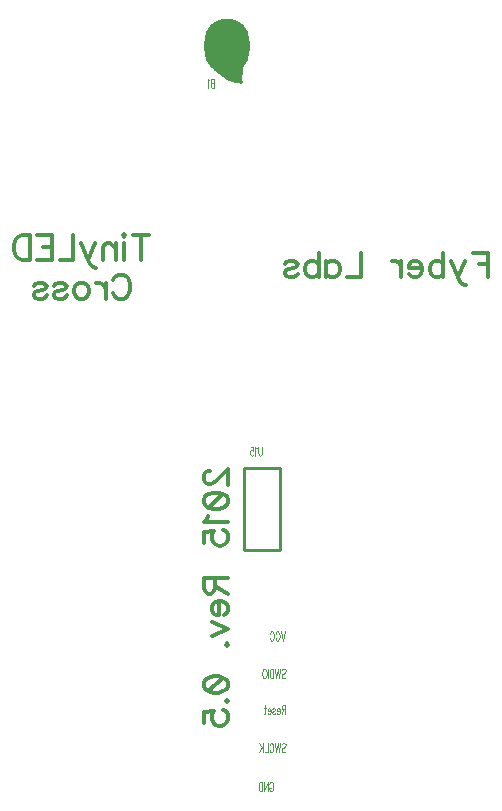
<source format=gbo>
G04 DipTrace 2.4.0.2*
%INcross.gbo*%
%MOMM*%
%ADD10C,0.25*%
%ADD45O,3.825X4.663*%
%ADD71C,0.118*%
%ADD72C,0.314*%
%FSLAX53Y53*%
G04*
G71*
G90*
G75*
G01*
%LNBotSilk*%
%LPD*%
X32211Y37013D2*
D10*
X35211D1*
Y44013D1*
X32211D1*
Y37013D1*
X32000Y76632D2*
G02X28975Y79982I218J3237D01*
G01*
D45*
X30762Y79688D3*
G36*
X32050Y76707D2*
X32200Y78757D1*
X29250Y79332D1*
X30150Y77407D1*
X31100Y76882D1*
D1*
X32050Y76707D1*
G37*
X29692Y76948D2*
D71*
Y76183D1*
X29495D1*
X29430Y76220D1*
X29408Y76256D1*
X29386Y76328D1*
Y76438D1*
X29408Y76511D1*
X29430Y76547D1*
X29495Y76583D1*
X29430Y76621D1*
X29408Y76657D1*
X29386Y76729D1*
Y76802D1*
X29408Y76875D1*
X29430Y76912D1*
X29495Y76948D1*
X29692D1*
Y76583D2*
X29495D1*
X29245Y76802D2*
X29201Y76839D1*
X29135Y76947D1*
Y76183D1*
X33713Y45779D2*
Y45232D1*
X33691Y45123D1*
X33647Y45050D1*
X33581Y45013D1*
X33538D1*
X33472Y45050D1*
X33428Y45123D1*
X33407Y45232D1*
Y45779D1*
X33265Y45632D2*
X33221Y45669D1*
X33156Y45778D1*
Y45013D1*
X32752Y45778D2*
X32971D1*
X32992Y45450D1*
X32971Y45487D1*
X32905Y45524D1*
X32840D1*
X32774Y45487D1*
X32730Y45414D1*
X32708Y45305D1*
Y45232D1*
X32730Y45123D1*
X32774Y45049D1*
X32840Y45013D1*
X32905D1*
X32971Y45049D1*
X32992Y45086D1*
X33014Y45159D1*
X35697Y30136D2*
X35522Y29371D1*
X35347Y30136D1*
X34878Y29954D2*
X34900Y30027D1*
X34944Y30100D1*
X34987Y30136D1*
X35075D1*
X35119Y30100D1*
X35162Y30027D1*
X35185Y29954D1*
X35206Y29845D1*
Y29662D1*
X35185Y29554D1*
X35162Y29480D1*
X35119Y29408D1*
X35075Y29371D1*
X34987D1*
X34944Y29408D1*
X34900Y29480D1*
X34878Y29554D1*
X34409Y29954D2*
X34431Y30027D1*
X34475Y30100D1*
X34518Y30136D1*
X34606D1*
X34650Y30100D1*
X34693Y30027D1*
X34715Y29954D1*
X34737Y29845D1*
Y29662D1*
X34715Y29554D1*
X34693Y29480D1*
X34650Y29408D1*
X34606Y29371D1*
X34518D1*
X34475Y29408D1*
X34431Y29480D1*
X34409Y29554D1*
X35415Y26850D2*
X35458Y26923D1*
X35524Y26959D1*
X35611D1*
X35677Y26923D1*
X35721Y26850D1*
Y26777D1*
X35699Y26704D1*
X35677Y26668D1*
X35634Y26632D1*
X35502Y26558D1*
X35458Y26522D1*
X35436Y26485D1*
X35415Y26413D1*
Y26303D1*
X35458Y26231D1*
X35524Y26194D1*
X35611D1*
X35677Y26231D1*
X35721Y26303D1*
X35274Y26959D2*
X35164Y26194D1*
X35055Y26959D1*
X34946Y26194D1*
X34836Y26959D1*
X34695D2*
Y26194D1*
X34542D1*
X34476Y26231D1*
X34432Y26303D1*
X34410Y26376D1*
X34388Y26485D1*
Y26668D1*
X34410Y26777D1*
X34432Y26850D1*
X34476Y26923D1*
X34542Y26959D1*
X34695D1*
X34247D2*
Y26194D1*
X33975Y26959D2*
X34019Y26923D1*
X34062Y26850D1*
X34084Y26777D1*
X34106Y26668D1*
Y26485D1*
X34084Y26376D1*
X34062Y26303D1*
X34019Y26231D1*
X33975Y26194D1*
X33887D1*
X33844Y26231D1*
X33800Y26303D1*
X33778Y26376D1*
X33756Y26485D1*
Y26668D1*
X33778Y26777D1*
X33800Y26850D1*
X33844Y26923D1*
X33887Y26959D1*
X33975D1*
X35693Y23539D2*
X35496D1*
X35430Y23576D1*
X35408Y23613D1*
X35386Y23685D1*
Y23758D1*
X35408Y23831D1*
X35430Y23868D1*
X35496Y23904D1*
X35693D1*
Y23138D1*
X35539Y23539D2*
X35386Y23138D1*
X35245Y23430D2*
X34983D1*
Y23503D1*
X35005Y23576D1*
X35026Y23613D1*
X35070Y23649D1*
X35136D1*
X35179Y23613D1*
X35223Y23539D1*
X35245Y23430D1*
Y23357D1*
X35223Y23248D1*
X35179Y23175D1*
X35136Y23138D1*
X35070D1*
X35026Y23175D1*
X34983Y23248D1*
X34601Y23539D2*
X34623Y23613D1*
X34689Y23649D1*
X34754D1*
X34820Y23613D1*
X34842Y23539D1*
X34820Y23467D1*
X34776Y23430D1*
X34667Y23394D1*
X34623Y23357D1*
X34601Y23284D1*
Y23248D1*
X34623Y23175D1*
X34689Y23138D1*
X34754D1*
X34820Y23175D1*
X34842Y23248D1*
X34460Y23430D2*
X34198D1*
Y23503D1*
X34219Y23576D1*
X34241Y23613D1*
X34285Y23649D1*
X34351D1*
X34394Y23613D1*
X34438Y23539D1*
X34460Y23430D1*
Y23357D1*
X34438Y23248D1*
X34394Y23175D1*
X34351Y23138D1*
X34285D1*
X34241Y23175D1*
X34198Y23248D1*
X33991Y23904D2*
Y23284D1*
X33969Y23175D1*
X33925Y23138D1*
X33882D1*
X34056Y23649D2*
X33903D1*
X35410Y20577D2*
X35454Y20650D1*
X35520Y20687D1*
X35607D1*
X35673Y20650D1*
X35717Y20577D1*
Y20505D1*
X35694Y20431D1*
X35673Y20395D1*
X35629Y20359D1*
X35498Y20286D1*
X35454Y20249D1*
X35432Y20212D1*
X35410Y20140D1*
Y20030D1*
X35454Y19958D1*
X35520Y19921D1*
X35607D1*
X35673Y19958D1*
X35717Y20030D1*
X35269Y20687D2*
X35160Y19921D1*
X35050Y20687D1*
X34941Y19921D1*
X34832Y20687D1*
X34362Y20505D2*
X34384Y20577D1*
X34428Y20650D1*
X34472Y20687D1*
X34559D1*
X34603Y20650D1*
X34646Y20577D1*
X34669Y20505D1*
X34690Y20395D1*
Y20212D1*
X34669Y20104D1*
X34646Y20030D1*
X34603Y19958D1*
X34559Y19921D1*
X34472D1*
X34428Y19958D1*
X34384Y20030D1*
X34362Y20104D1*
X34221Y20687D2*
Y19921D1*
X33959D1*
X33818Y20687D2*
Y19921D1*
X33511Y20687D2*
X33818Y20176D1*
X33709Y20359D2*
X33511Y19921D1*
X34350Y17216D2*
X34371Y17289D1*
X34415Y17362D1*
X34459Y17398D1*
X34546D1*
X34590Y17362D1*
X34634Y17289D1*
X34656Y17216D1*
X34678Y17107D1*
Y16924D1*
X34656Y16815D1*
X34634Y16742D1*
X34590Y16670D1*
X34546Y16633D1*
X34459D1*
X34415Y16670D1*
X34371Y16742D1*
X34350Y16815D1*
Y16924D1*
X34459D1*
X33902Y17398D2*
Y16633D1*
X34208Y17398D1*
Y16633D1*
X33761Y17398D2*
Y16633D1*
X33608D1*
X33542Y16670D1*
X33498Y16742D1*
X33476Y16815D1*
X33455Y16924D1*
Y17107D1*
X33476Y17216D1*
X33498Y17289D1*
X33542Y17362D1*
X33608Y17398D1*
X33761D1*
X51606Y62181D2*
D72*
X52870D1*
Y60139D1*
Y61208D2*
X52093D1*
X50879Y61500D2*
X50298Y60139D1*
X50491Y59750D1*
X50686Y59555D1*
X50879Y59458D1*
X50978D1*
X49714Y61500D2*
X50298Y60139D1*
X49086Y62181D2*
Y60139D1*
Y61208D2*
X48891Y61404D1*
X48698Y61500D1*
X48406D1*
X48212Y61404D1*
X48017Y61208D1*
X47920Y60916D1*
Y60723D1*
X48017Y60431D1*
X48212Y60238D1*
X48406Y60139D1*
X48698D1*
X48891Y60238D1*
X49086Y60431D1*
X47293Y60916D2*
X46127D1*
Y61112D1*
X46224Y61307D1*
X46320Y61404D1*
X46516Y61500D1*
X46808D1*
X47001Y61404D1*
X47196Y61208D1*
X47293Y60916D1*
Y60723D1*
X47196Y60431D1*
X47001Y60238D1*
X46808Y60139D1*
X46516D1*
X46320Y60238D1*
X46127Y60431D1*
X45500Y61500D2*
Y60139D1*
Y60916D2*
X45401Y61208D1*
X45208Y61404D1*
X45012Y61500D1*
X44720D1*
X42118Y62181D2*
Y60139D1*
X40952D1*
X39159Y61500D2*
Y60139D1*
Y61208D2*
X39352Y61404D1*
X39547Y61500D1*
X39837D1*
X40033Y61404D1*
X40226Y61208D1*
X40325Y60916D1*
Y60723D1*
X40226Y60431D1*
X40033Y60238D1*
X39837Y60139D1*
X39547D1*
X39352Y60238D1*
X39159Y60431D1*
X38531Y62181D2*
Y60139D1*
Y61208D2*
X38336Y61404D1*
X38143Y61500D1*
X37851D1*
X37658Y61404D1*
X37462Y61208D1*
X37366Y60916D1*
Y60723D1*
X37462Y60431D1*
X37658Y60238D1*
X37851Y60139D1*
X38143D1*
X38336Y60238D1*
X38531Y60431D1*
X35669Y61208D2*
X35766Y61404D1*
X36058Y61500D1*
X36350D1*
X36642Y61404D1*
X36738Y61208D1*
X36642Y61015D1*
X36446Y60916D1*
X35961Y60820D1*
X35766Y60723D1*
X35669Y60528D1*
Y60431D1*
X35766Y60238D1*
X36058Y60139D1*
X36350D1*
X36642Y60238D1*
X36738Y60431D1*
X23473Y63671D2*
Y61629D1*
X24154Y63671D2*
X22793D1*
X22165D2*
X22069Y63574D1*
X21970Y63671D1*
X22069Y63770D1*
X22165Y63671D1*
X22069Y62990D2*
Y61629D1*
X21342Y62990D2*
Y61629D1*
Y62602D2*
X21050Y62894D1*
X20855Y62990D1*
X20565D1*
X20370Y62894D1*
X20273Y62602D1*
Y61629D1*
X19547Y62990D2*
X18965Y61629D1*
X19158Y61241D1*
X19354Y61045D1*
X19547Y60949D1*
X19646D1*
X18381Y62990D2*
X18965Y61629D1*
X17754Y63671D2*
Y61629D1*
X16588D1*
X14698Y63671D2*
X15961D1*
Y61629D1*
X14698D1*
X15961Y62698D2*
X15183D1*
X14071Y63671D2*
Y61629D1*
X13390D1*
X13098Y61728D1*
X12903Y61921D1*
X12806Y62117D1*
X12710Y62406D1*
Y62894D1*
X12806Y63186D1*
X12903Y63379D1*
X13098Y63574D1*
X13390Y63671D1*
X14071D1*
X29761Y34702D2*
Y33828D1*
X29662Y33536D1*
X29566Y33437D1*
X29373Y33340D1*
X29177D1*
X28984Y33437D1*
X28885Y33536D1*
X28789Y33828D1*
Y34702D1*
X30830D1*
X29761Y34021D2*
X30830Y33340D1*
X30053Y32713D2*
Y31547D1*
X29858D1*
X29662Y31644D1*
X29566Y31740D1*
X29469Y31936D1*
Y32228D1*
X29566Y32421D1*
X29761Y32616D1*
X30053Y32713D1*
X30246D1*
X30538Y32616D1*
X30732Y32421D1*
X30830Y32228D1*
Y31936D1*
X30732Y31740D1*
X30538Y31547D1*
X29469Y30920D2*
X30830Y30336D1*
X29469Y29754D1*
X30635Y29030D2*
X30734Y29127D1*
X30830Y29030D1*
X30734Y28931D1*
X30635Y29030D1*
X28791Y25745D2*
X28888Y26037D1*
X29180Y26232D1*
X29665Y26329D1*
X29957D1*
X30442Y26232D1*
X30734Y26037D1*
X30830Y25745D1*
Y25551D1*
X30734Y25259D1*
X30442Y25066D1*
X29957Y24967D1*
X29665D1*
X29180Y25066D1*
X28888Y25259D1*
X28791Y25551D1*
Y25745D1*
X29180Y25066D2*
X30442Y26232D1*
X30635Y24243D2*
X30734Y24340D1*
X30830Y24243D1*
X30734Y24145D1*
X30635Y24243D1*
X28791Y22351D2*
Y23322D1*
X29665Y23418D1*
X29568Y23322D1*
X29469Y23030D1*
Y22740D1*
X29568Y22448D1*
X29761Y22252D1*
X30053Y22156D1*
X30246D1*
X30538Y22252D1*
X30734Y22448D1*
X30830Y22740D1*
Y23030D1*
X30734Y23322D1*
X30635Y23418D1*
X30442Y23517D1*
X29287Y43762D2*
X29190D1*
X28995Y43665D1*
X28898Y43569D1*
X28802Y43373D1*
Y42985D1*
X28898Y42792D1*
X28995Y42695D1*
X29190Y42596D1*
X29383D1*
X29579Y42695D1*
X29869Y42888D1*
X30841Y43861D1*
Y42500D1*
X28802Y41288D2*
X28898Y41580D1*
X29190Y41776D1*
X29675Y41872D1*
X29967D1*
X30453Y41776D1*
X30745Y41580D1*
X30841Y41288D1*
Y41095D1*
X30745Y40803D1*
X30453Y40610D1*
X29967Y40511D1*
X29675D1*
X29190Y40610D1*
X28898Y40803D1*
X28802Y41095D1*
Y41288D1*
X29190Y40610D2*
X30453Y41776D1*
X29190Y39884D2*
X29091Y39688D1*
X28802Y39396D1*
X30841D1*
X28802Y37603D2*
Y38573D1*
X29675Y38670D1*
X29579Y38573D1*
X29480Y38281D1*
Y37991D1*
X29579Y37699D1*
X29772Y37504D1*
X30064Y37407D1*
X30257D1*
X30549Y37504D1*
X30745Y37699D1*
X30841Y37991D1*
Y38281D1*
X30745Y38573D1*
X30646Y38670D1*
X30453Y38769D1*
X21107Y59853D2*
X21204Y60046D1*
X21399Y60241D1*
X21592Y60338D1*
X21981D1*
X22176Y60241D1*
X22369Y60046D1*
X22468Y59853D1*
X22565Y59561D1*
Y59073D1*
X22468Y58783D1*
X22369Y58588D1*
X22176Y58395D1*
X21981Y58296D1*
X21592D1*
X21399Y58395D1*
X21204Y58588D1*
X21107Y58783D1*
X20480Y59657D2*
Y58296D1*
Y59073D2*
X20381Y59365D1*
X20188Y59561D1*
X19992Y59657D1*
X19700D1*
X18588D2*
X18781Y59561D1*
X18976Y59365D1*
X19073Y59073D1*
Y58880D1*
X18976Y58588D1*
X18781Y58395D1*
X18588Y58296D1*
X18296D1*
X18100Y58395D1*
X17907Y58588D1*
X17808Y58880D1*
Y59073D1*
X17907Y59365D1*
X18100Y59561D1*
X18296Y59657D1*
X18588D1*
X16112Y59365D2*
X16208Y59561D1*
X16500Y59657D1*
X16792D1*
X17084Y59561D1*
X17181Y59365D1*
X17084Y59172D1*
X16889Y59073D1*
X16404Y58977D1*
X16208Y58880D1*
X16112Y58685D1*
Y58588D1*
X16208Y58395D1*
X16500Y58296D1*
X16792D1*
X17084Y58395D1*
X17181Y58588D1*
X14415Y59365D2*
X14511Y59561D1*
X14803Y59657D1*
X15095D1*
X15387Y59561D1*
X15484Y59365D1*
X15387Y59172D1*
X15192Y59073D1*
X14707Y58977D1*
X14511Y58880D1*
X14415Y58685D1*
Y58588D1*
X14511Y58395D1*
X14803Y58296D1*
X15095D1*
X15387Y58395D1*
X15484Y58588D1*
M02*

</source>
